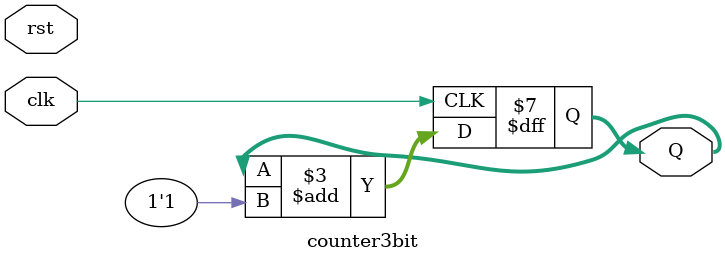
<source format=v>
module counter3bit (
    input clk,
    input rst,
    output reg [2:0] Q
    );
 
always @ (posedge(clk))   // When will Always Block Be Triggered
begin
    if (rst == 3'b111)
        // How Output reacts when Reset Is Asserted
        Q <= 3'b0;
    else
        // How Output reacts when Rising Edge of Clock Arrives?
        Q <= Q + 1'b1;
end
 
endmodule
</source>
